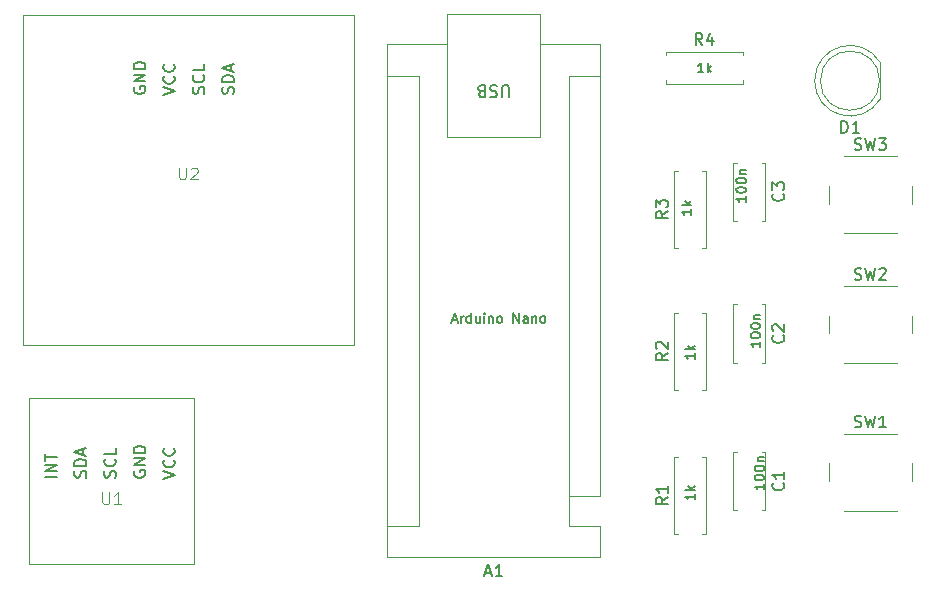
<source format=gto>
G04 #@! TF.GenerationSoftware,KiCad,Pcbnew,9.0.2*
G04 #@! TF.CreationDate,2025-05-14T19:25:05+05:30*
G04 #@! TF.ProjectId,SpO2_project,53704f32-5f70-4726-9f6a-6563742e6b69,rev?*
G04 #@! TF.SameCoordinates,Original*
G04 #@! TF.FileFunction,Legend,Top*
G04 #@! TF.FilePolarity,Positive*
%FSLAX46Y46*%
G04 Gerber Fmt 4.6, Leading zero omitted, Abs format (unit mm)*
G04 Created by KiCad (PCBNEW 9.0.2) date 2025-05-14 19:25:05*
%MOMM*%
%LPD*%
G01*
G04 APERTURE LIST*
%ADD10C,0.152400*%
%ADD11C,0.100000*%
%ADD12C,0.175000*%
%ADD13C,0.150000*%
%ADD14C,0.120000*%
G04 APERTURE END LIST*
D10*
X154262603Y-100730460D02*
X154262603Y-101194917D01*
X154262603Y-100962689D02*
X153449803Y-100962689D01*
X153449803Y-100962689D02*
X153565918Y-101040098D01*
X153565918Y-101040098D02*
X153643327Y-101117508D01*
X153643327Y-101117508D02*
X153682032Y-101194917D01*
X153449803Y-100227299D02*
X153449803Y-100149889D01*
X153449803Y-100149889D02*
X153488508Y-100072480D01*
X153488508Y-100072480D02*
X153527213Y-100033775D01*
X153527213Y-100033775D02*
X153604622Y-99995070D01*
X153604622Y-99995070D02*
X153759441Y-99956365D01*
X153759441Y-99956365D02*
X153952965Y-99956365D01*
X153952965Y-99956365D02*
X154107784Y-99995070D01*
X154107784Y-99995070D02*
X154185194Y-100033775D01*
X154185194Y-100033775D02*
X154223899Y-100072480D01*
X154223899Y-100072480D02*
X154262603Y-100149889D01*
X154262603Y-100149889D02*
X154262603Y-100227299D01*
X154262603Y-100227299D02*
X154223899Y-100304708D01*
X154223899Y-100304708D02*
X154185194Y-100343413D01*
X154185194Y-100343413D02*
X154107784Y-100382118D01*
X154107784Y-100382118D02*
X153952965Y-100420822D01*
X153952965Y-100420822D02*
X153759441Y-100420822D01*
X153759441Y-100420822D02*
X153604622Y-100382118D01*
X153604622Y-100382118D02*
X153527213Y-100343413D01*
X153527213Y-100343413D02*
X153488508Y-100304708D01*
X153488508Y-100304708D02*
X153449803Y-100227299D01*
X153449803Y-99453204D02*
X153449803Y-99375794D01*
X153449803Y-99375794D02*
X153488508Y-99298385D01*
X153488508Y-99298385D02*
X153527213Y-99259680D01*
X153527213Y-99259680D02*
X153604622Y-99220975D01*
X153604622Y-99220975D02*
X153759441Y-99182270D01*
X153759441Y-99182270D02*
X153952965Y-99182270D01*
X153952965Y-99182270D02*
X154107784Y-99220975D01*
X154107784Y-99220975D02*
X154185194Y-99259680D01*
X154185194Y-99259680D02*
X154223899Y-99298385D01*
X154223899Y-99298385D02*
X154262603Y-99375794D01*
X154262603Y-99375794D02*
X154262603Y-99453204D01*
X154262603Y-99453204D02*
X154223899Y-99530613D01*
X154223899Y-99530613D02*
X154185194Y-99569318D01*
X154185194Y-99569318D02*
X154107784Y-99608023D01*
X154107784Y-99608023D02*
X153952965Y-99646727D01*
X153952965Y-99646727D02*
X153759441Y-99646727D01*
X153759441Y-99646727D02*
X153604622Y-99608023D01*
X153604622Y-99608023D02*
X153527213Y-99569318D01*
X153527213Y-99569318D02*
X153488508Y-99530613D01*
X153488508Y-99530613D02*
X153449803Y-99453204D01*
X153720737Y-98833928D02*
X154262603Y-98833928D01*
X153798146Y-98833928D02*
X153759441Y-98795223D01*
X153759441Y-98795223D02*
X153720737Y-98717813D01*
X153720737Y-98717813D02*
X153720737Y-98601699D01*
X153720737Y-98601699D02*
X153759441Y-98524290D01*
X153759441Y-98524290D02*
X153836851Y-98485585D01*
X153836851Y-98485585D02*
X154262603Y-98485585D01*
X153932603Y-88690460D02*
X153932603Y-89154917D01*
X153932603Y-88922689D02*
X153119803Y-88922689D01*
X153119803Y-88922689D02*
X153235918Y-89000098D01*
X153235918Y-89000098D02*
X153313327Y-89077508D01*
X153313327Y-89077508D02*
X153352032Y-89154917D01*
X153119803Y-88187299D02*
X153119803Y-88109889D01*
X153119803Y-88109889D02*
X153158508Y-88032480D01*
X153158508Y-88032480D02*
X153197213Y-87993775D01*
X153197213Y-87993775D02*
X153274622Y-87955070D01*
X153274622Y-87955070D02*
X153429441Y-87916365D01*
X153429441Y-87916365D02*
X153622965Y-87916365D01*
X153622965Y-87916365D02*
X153777784Y-87955070D01*
X153777784Y-87955070D02*
X153855194Y-87993775D01*
X153855194Y-87993775D02*
X153893899Y-88032480D01*
X153893899Y-88032480D02*
X153932603Y-88109889D01*
X153932603Y-88109889D02*
X153932603Y-88187299D01*
X153932603Y-88187299D02*
X153893899Y-88264708D01*
X153893899Y-88264708D02*
X153855194Y-88303413D01*
X153855194Y-88303413D02*
X153777784Y-88342118D01*
X153777784Y-88342118D02*
X153622965Y-88380822D01*
X153622965Y-88380822D02*
X153429441Y-88380822D01*
X153429441Y-88380822D02*
X153274622Y-88342118D01*
X153274622Y-88342118D02*
X153197213Y-88303413D01*
X153197213Y-88303413D02*
X153158508Y-88264708D01*
X153158508Y-88264708D02*
X153119803Y-88187299D01*
X153119803Y-87413204D02*
X153119803Y-87335794D01*
X153119803Y-87335794D02*
X153158508Y-87258385D01*
X153158508Y-87258385D02*
X153197213Y-87219680D01*
X153197213Y-87219680D02*
X153274622Y-87180975D01*
X153274622Y-87180975D02*
X153429441Y-87142270D01*
X153429441Y-87142270D02*
X153622965Y-87142270D01*
X153622965Y-87142270D02*
X153777784Y-87180975D01*
X153777784Y-87180975D02*
X153855194Y-87219680D01*
X153855194Y-87219680D02*
X153893899Y-87258385D01*
X153893899Y-87258385D02*
X153932603Y-87335794D01*
X153932603Y-87335794D02*
X153932603Y-87413204D01*
X153932603Y-87413204D02*
X153893899Y-87490613D01*
X153893899Y-87490613D02*
X153855194Y-87529318D01*
X153855194Y-87529318D02*
X153777784Y-87568023D01*
X153777784Y-87568023D02*
X153622965Y-87606727D01*
X153622965Y-87606727D02*
X153429441Y-87606727D01*
X153429441Y-87606727D02*
X153274622Y-87568023D01*
X153274622Y-87568023D02*
X153197213Y-87529318D01*
X153197213Y-87529318D02*
X153158508Y-87490613D01*
X153158508Y-87490613D02*
X153119803Y-87413204D01*
X153390737Y-86793928D02*
X153932603Y-86793928D01*
X153468146Y-86793928D02*
X153429441Y-86755223D01*
X153429441Y-86755223D02*
X153390737Y-86677813D01*
X153390737Y-86677813D02*
X153390737Y-86561699D01*
X153390737Y-86561699D02*
X153429441Y-86484290D01*
X153429441Y-86484290D02*
X153506851Y-86445585D01*
X153506851Y-86445585D02*
X153932603Y-86445585D01*
X152732603Y-76380460D02*
X152732603Y-76844917D01*
X152732603Y-76612689D02*
X151919803Y-76612689D01*
X151919803Y-76612689D02*
X152035918Y-76690098D01*
X152035918Y-76690098D02*
X152113327Y-76767508D01*
X152113327Y-76767508D02*
X152152032Y-76844917D01*
X151919803Y-75877299D02*
X151919803Y-75799889D01*
X151919803Y-75799889D02*
X151958508Y-75722480D01*
X151958508Y-75722480D02*
X151997213Y-75683775D01*
X151997213Y-75683775D02*
X152074622Y-75645070D01*
X152074622Y-75645070D02*
X152229441Y-75606365D01*
X152229441Y-75606365D02*
X152422965Y-75606365D01*
X152422965Y-75606365D02*
X152577784Y-75645070D01*
X152577784Y-75645070D02*
X152655194Y-75683775D01*
X152655194Y-75683775D02*
X152693899Y-75722480D01*
X152693899Y-75722480D02*
X152732603Y-75799889D01*
X152732603Y-75799889D02*
X152732603Y-75877299D01*
X152732603Y-75877299D02*
X152693899Y-75954708D01*
X152693899Y-75954708D02*
X152655194Y-75993413D01*
X152655194Y-75993413D02*
X152577784Y-76032118D01*
X152577784Y-76032118D02*
X152422965Y-76070822D01*
X152422965Y-76070822D02*
X152229441Y-76070822D01*
X152229441Y-76070822D02*
X152074622Y-76032118D01*
X152074622Y-76032118D02*
X151997213Y-75993413D01*
X151997213Y-75993413D02*
X151958508Y-75954708D01*
X151958508Y-75954708D02*
X151919803Y-75877299D01*
X151919803Y-75103204D02*
X151919803Y-75025794D01*
X151919803Y-75025794D02*
X151958508Y-74948385D01*
X151958508Y-74948385D02*
X151997213Y-74909680D01*
X151997213Y-74909680D02*
X152074622Y-74870975D01*
X152074622Y-74870975D02*
X152229441Y-74832270D01*
X152229441Y-74832270D02*
X152422965Y-74832270D01*
X152422965Y-74832270D02*
X152577784Y-74870975D01*
X152577784Y-74870975D02*
X152655194Y-74909680D01*
X152655194Y-74909680D02*
X152693899Y-74948385D01*
X152693899Y-74948385D02*
X152732603Y-75025794D01*
X152732603Y-75025794D02*
X152732603Y-75103204D01*
X152732603Y-75103204D02*
X152693899Y-75180613D01*
X152693899Y-75180613D02*
X152655194Y-75219318D01*
X152655194Y-75219318D02*
X152577784Y-75258023D01*
X152577784Y-75258023D02*
X152422965Y-75296727D01*
X152422965Y-75296727D02*
X152229441Y-75296727D01*
X152229441Y-75296727D02*
X152074622Y-75258023D01*
X152074622Y-75258023D02*
X151997213Y-75219318D01*
X151997213Y-75219318D02*
X151958508Y-75180613D01*
X151958508Y-75180613D02*
X151919803Y-75103204D01*
X152190737Y-74483928D02*
X152732603Y-74483928D01*
X152268146Y-74483928D02*
X152229441Y-74445223D01*
X152229441Y-74445223D02*
X152190737Y-74367813D01*
X152190737Y-74367813D02*
X152190737Y-74251699D01*
X152190737Y-74251699D02*
X152229441Y-74174290D01*
X152229441Y-74174290D02*
X152306851Y-74135585D01*
X152306851Y-74135585D02*
X152732603Y-74135585D01*
X148392603Y-101580460D02*
X148392603Y-102044917D01*
X148392603Y-101812689D02*
X147579803Y-101812689D01*
X147579803Y-101812689D02*
X147695918Y-101890098D01*
X147695918Y-101890098D02*
X147773327Y-101967508D01*
X147773327Y-101967508D02*
X147812032Y-102044917D01*
X148392603Y-101232118D02*
X147579803Y-101232118D01*
X148082965Y-101154708D02*
X148392603Y-100922480D01*
X147850737Y-100922480D02*
X148160375Y-101232118D01*
X148392603Y-89680460D02*
X148392603Y-90144917D01*
X148392603Y-89912689D02*
X147579803Y-89912689D01*
X147579803Y-89912689D02*
X147695918Y-89990098D01*
X147695918Y-89990098D02*
X147773327Y-90067508D01*
X147773327Y-90067508D02*
X147812032Y-90144917D01*
X148392603Y-89332118D02*
X147579803Y-89332118D01*
X148082965Y-89254708D02*
X148392603Y-89022480D01*
X147850737Y-89022480D02*
X148160375Y-89332118D01*
X148092603Y-77480460D02*
X148092603Y-77944917D01*
X148092603Y-77712689D02*
X147279803Y-77712689D01*
X147279803Y-77712689D02*
X147395918Y-77790098D01*
X147395918Y-77790098D02*
X147473327Y-77867508D01*
X147473327Y-77867508D02*
X147512032Y-77944917D01*
X148092603Y-77132118D02*
X147279803Y-77132118D01*
X147782965Y-77054708D02*
X148092603Y-76822480D01*
X147550737Y-76822480D02*
X147860375Y-77132118D01*
X149119539Y-65892603D02*
X148655082Y-65892603D01*
X148887310Y-65892603D02*
X148887310Y-65079803D01*
X148887310Y-65079803D02*
X148809901Y-65195918D01*
X148809901Y-65195918D02*
X148732491Y-65273327D01*
X148732491Y-65273327D02*
X148655082Y-65312032D01*
X149467881Y-65892603D02*
X149467881Y-65079803D01*
X149545291Y-65582965D02*
X149777519Y-65892603D01*
X149777519Y-65350737D02*
X149467881Y-65660375D01*
X127855082Y-86860375D02*
X128242129Y-86860375D01*
X127777672Y-87092603D02*
X128048605Y-86279803D01*
X128048605Y-86279803D02*
X128319539Y-87092603D01*
X128590472Y-87092603D02*
X128590472Y-86550737D01*
X128590472Y-86705556D02*
X128629177Y-86628146D01*
X128629177Y-86628146D02*
X128667882Y-86589441D01*
X128667882Y-86589441D02*
X128745291Y-86550737D01*
X128745291Y-86550737D02*
X128822701Y-86550737D01*
X129441977Y-87092603D02*
X129441977Y-86279803D01*
X129441977Y-87053899D02*
X129364568Y-87092603D01*
X129364568Y-87092603D02*
X129209749Y-87092603D01*
X129209749Y-87092603D02*
X129132339Y-87053899D01*
X129132339Y-87053899D02*
X129093634Y-87015194D01*
X129093634Y-87015194D02*
X129054930Y-86937784D01*
X129054930Y-86937784D02*
X129054930Y-86705556D01*
X129054930Y-86705556D02*
X129093634Y-86628146D01*
X129093634Y-86628146D02*
X129132339Y-86589441D01*
X129132339Y-86589441D02*
X129209749Y-86550737D01*
X129209749Y-86550737D02*
X129364568Y-86550737D01*
X129364568Y-86550737D02*
X129441977Y-86589441D01*
X130177367Y-86550737D02*
X130177367Y-87092603D01*
X129829024Y-86550737D02*
X129829024Y-86976489D01*
X129829024Y-86976489D02*
X129867729Y-87053899D01*
X129867729Y-87053899D02*
X129945139Y-87092603D01*
X129945139Y-87092603D02*
X130061253Y-87092603D01*
X130061253Y-87092603D02*
X130138662Y-87053899D01*
X130138662Y-87053899D02*
X130177367Y-87015194D01*
X130564414Y-87092603D02*
X130564414Y-86550737D01*
X130564414Y-86279803D02*
X130525710Y-86318508D01*
X130525710Y-86318508D02*
X130564414Y-86357213D01*
X130564414Y-86357213D02*
X130603119Y-86318508D01*
X130603119Y-86318508D02*
X130564414Y-86279803D01*
X130564414Y-86279803D02*
X130564414Y-86357213D01*
X130951462Y-86550737D02*
X130951462Y-87092603D01*
X130951462Y-86628146D02*
X130990167Y-86589441D01*
X130990167Y-86589441D02*
X131067577Y-86550737D01*
X131067577Y-86550737D02*
X131183691Y-86550737D01*
X131183691Y-86550737D02*
X131261100Y-86589441D01*
X131261100Y-86589441D02*
X131299805Y-86666851D01*
X131299805Y-86666851D02*
X131299805Y-87092603D01*
X131802967Y-87092603D02*
X131725557Y-87053899D01*
X131725557Y-87053899D02*
X131686852Y-87015194D01*
X131686852Y-87015194D02*
X131648148Y-86937784D01*
X131648148Y-86937784D02*
X131648148Y-86705556D01*
X131648148Y-86705556D02*
X131686852Y-86628146D01*
X131686852Y-86628146D02*
X131725557Y-86589441D01*
X131725557Y-86589441D02*
X131802967Y-86550737D01*
X131802967Y-86550737D02*
X131919081Y-86550737D01*
X131919081Y-86550737D02*
X131996490Y-86589441D01*
X131996490Y-86589441D02*
X132035195Y-86628146D01*
X132035195Y-86628146D02*
X132073900Y-86705556D01*
X132073900Y-86705556D02*
X132073900Y-86937784D01*
X132073900Y-86937784D02*
X132035195Y-87015194D01*
X132035195Y-87015194D02*
X131996490Y-87053899D01*
X131996490Y-87053899D02*
X131919081Y-87092603D01*
X131919081Y-87092603D02*
X131802967Y-87092603D01*
X133041518Y-87092603D02*
X133041518Y-86279803D01*
X133041518Y-86279803D02*
X133505975Y-87092603D01*
X133505975Y-87092603D02*
X133505975Y-86279803D01*
X134241366Y-87092603D02*
X134241366Y-86666851D01*
X134241366Y-86666851D02*
X134202661Y-86589441D01*
X134202661Y-86589441D02*
X134125252Y-86550737D01*
X134125252Y-86550737D02*
X133970433Y-86550737D01*
X133970433Y-86550737D02*
X133893023Y-86589441D01*
X134241366Y-87053899D02*
X134163957Y-87092603D01*
X134163957Y-87092603D02*
X133970433Y-87092603D01*
X133970433Y-87092603D02*
X133893023Y-87053899D01*
X133893023Y-87053899D02*
X133854319Y-86976489D01*
X133854319Y-86976489D02*
X133854319Y-86899079D01*
X133854319Y-86899079D02*
X133893023Y-86821670D01*
X133893023Y-86821670D02*
X133970433Y-86782965D01*
X133970433Y-86782965D02*
X134163957Y-86782965D01*
X134163957Y-86782965D02*
X134241366Y-86744260D01*
X134628413Y-86550737D02*
X134628413Y-87092603D01*
X134628413Y-86628146D02*
X134667118Y-86589441D01*
X134667118Y-86589441D02*
X134744528Y-86550737D01*
X134744528Y-86550737D02*
X134860642Y-86550737D01*
X134860642Y-86550737D02*
X134938051Y-86589441D01*
X134938051Y-86589441D02*
X134976756Y-86666851D01*
X134976756Y-86666851D02*
X134976756Y-87092603D01*
X135479918Y-87092603D02*
X135402508Y-87053899D01*
X135402508Y-87053899D02*
X135363803Y-87015194D01*
X135363803Y-87015194D02*
X135325099Y-86937784D01*
X135325099Y-86937784D02*
X135325099Y-86705556D01*
X135325099Y-86705556D02*
X135363803Y-86628146D01*
X135363803Y-86628146D02*
X135402508Y-86589441D01*
X135402508Y-86589441D02*
X135479918Y-86550737D01*
X135479918Y-86550737D02*
X135596032Y-86550737D01*
X135596032Y-86550737D02*
X135673441Y-86589441D01*
X135673441Y-86589441D02*
X135712146Y-86628146D01*
X135712146Y-86628146D02*
X135750851Y-86705556D01*
X135750851Y-86705556D02*
X135750851Y-86937784D01*
X135750851Y-86937784D02*
X135712146Y-87015194D01*
X135712146Y-87015194D02*
X135673441Y-87053899D01*
X135673441Y-87053899D02*
X135596032Y-87092603D01*
X135596032Y-87092603D02*
X135479918Y-87092603D01*
D11*
X98238095Y-101457419D02*
X98238095Y-102266942D01*
X98238095Y-102266942D02*
X98285714Y-102362180D01*
X98285714Y-102362180D02*
X98333333Y-102409800D01*
X98333333Y-102409800D02*
X98428571Y-102457419D01*
X98428571Y-102457419D02*
X98619047Y-102457419D01*
X98619047Y-102457419D02*
X98714285Y-102409800D01*
X98714285Y-102409800D02*
X98761904Y-102362180D01*
X98761904Y-102362180D02*
X98809523Y-102266942D01*
X98809523Y-102266942D02*
X98809523Y-101457419D01*
X99809523Y-102457419D02*
X99238095Y-102457419D01*
X99523809Y-102457419D02*
X99523809Y-101457419D01*
X99523809Y-101457419D02*
X99428571Y-101600276D01*
X99428571Y-101600276D02*
X99333333Y-101695514D01*
X99333333Y-101695514D02*
X99238095Y-101743133D01*
D12*
X103368519Y-100289630D02*
X104368519Y-99956297D01*
X104368519Y-99956297D02*
X103368519Y-99622964D01*
X104273280Y-98718202D02*
X104320900Y-98765821D01*
X104320900Y-98765821D02*
X104368519Y-98908678D01*
X104368519Y-98908678D02*
X104368519Y-99003916D01*
X104368519Y-99003916D02*
X104320900Y-99146773D01*
X104320900Y-99146773D02*
X104225661Y-99242011D01*
X104225661Y-99242011D02*
X104130423Y-99289630D01*
X104130423Y-99289630D02*
X103939947Y-99337249D01*
X103939947Y-99337249D02*
X103797090Y-99337249D01*
X103797090Y-99337249D02*
X103606614Y-99289630D01*
X103606614Y-99289630D02*
X103511376Y-99242011D01*
X103511376Y-99242011D02*
X103416138Y-99146773D01*
X103416138Y-99146773D02*
X103368519Y-99003916D01*
X103368519Y-99003916D02*
X103368519Y-98908678D01*
X103368519Y-98908678D02*
X103416138Y-98765821D01*
X103416138Y-98765821D02*
X103463757Y-98718202D01*
X104273280Y-97718202D02*
X104320900Y-97765821D01*
X104320900Y-97765821D02*
X104368519Y-97908678D01*
X104368519Y-97908678D02*
X104368519Y-98003916D01*
X104368519Y-98003916D02*
X104320900Y-98146773D01*
X104320900Y-98146773D02*
X104225661Y-98242011D01*
X104225661Y-98242011D02*
X104130423Y-98289630D01*
X104130423Y-98289630D02*
X103939947Y-98337249D01*
X103939947Y-98337249D02*
X103797090Y-98337249D01*
X103797090Y-98337249D02*
X103606614Y-98289630D01*
X103606614Y-98289630D02*
X103511376Y-98242011D01*
X103511376Y-98242011D02*
X103416138Y-98146773D01*
X103416138Y-98146773D02*
X103368519Y-98003916D01*
X103368519Y-98003916D02*
X103368519Y-97908678D01*
X103368519Y-97908678D02*
X103416138Y-97765821D01*
X103416138Y-97765821D02*
X103463757Y-97718202D01*
X100916138Y-99622964D02*
X100868519Y-99718202D01*
X100868519Y-99718202D02*
X100868519Y-99861059D01*
X100868519Y-99861059D02*
X100916138Y-100003916D01*
X100916138Y-100003916D02*
X101011376Y-100099154D01*
X101011376Y-100099154D02*
X101106614Y-100146773D01*
X101106614Y-100146773D02*
X101297090Y-100194392D01*
X101297090Y-100194392D02*
X101439947Y-100194392D01*
X101439947Y-100194392D02*
X101630423Y-100146773D01*
X101630423Y-100146773D02*
X101725661Y-100099154D01*
X101725661Y-100099154D02*
X101820900Y-100003916D01*
X101820900Y-100003916D02*
X101868519Y-99861059D01*
X101868519Y-99861059D02*
X101868519Y-99765821D01*
X101868519Y-99765821D02*
X101820900Y-99622964D01*
X101820900Y-99622964D02*
X101773280Y-99575345D01*
X101773280Y-99575345D02*
X101439947Y-99575345D01*
X101439947Y-99575345D02*
X101439947Y-99765821D01*
X101868519Y-99146773D02*
X100868519Y-99146773D01*
X100868519Y-99146773D02*
X101868519Y-98575345D01*
X101868519Y-98575345D02*
X100868519Y-98575345D01*
X101868519Y-98099154D02*
X100868519Y-98099154D01*
X100868519Y-98099154D02*
X100868519Y-97861059D01*
X100868519Y-97861059D02*
X100916138Y-97718202D01*
X100916138Y-97718202D02*
X101011376Y-97622964D01*
X101011376Y-97622964D02*
X101106614Y-97575345D01*
X101106614Y-97575345D02*
X101297090Y-97527726D01*
X101297090Y-97527726D02*
X101439947Y-97527726D01*
X101439947Y-97527726D02*
X101630423Y-97575345D01*
X101630423Y-97575345D02*
X101725661Y-97622964D01*
X101725661Y-97622964D02*
X101820900Y-97718202D01*
X101820900Y-97718202D02*
X101868519Y-97861059D01*
X101868519Y-97861059D02*
X101868519Y-98099154D01*
X94368519Y-100146773D02*
X93368519Y-100146773D01*
X94368519Y-99670583D02*
X93368519Y-99670583D01*
X93368519Y-99670583D02*
X94368519Y-99099155D01*
X94368519Y-99099155D02*
X93368519Y-99099155D01*
X93368519Y-98765821D02*
X93368519Y-98194393D01*
X94368519Y-98480107D02*
X93368519Y-98480107D01*
X99320900Y-100194392D02*
X99368519Y-100051535D01*
X99368519Y-100051535D02*
X99368519Y-99813440D01*
X99368519Y-99813440D02*
X99320900Y-99718202D01*
X99320900Y-99718202D02*
X99273280Y-99670583D01*
X99273280Y-99670583D02*
X99178042Y-99622964D01*
X99178042Y-99622964D02*
X99082804Y-99622964D01*
X99082804Y-99622964D02*
X98987566Y-99670583D01*
X98987566Y-99670583D02*
X98939947Y-99718202D01*
X98939947Y-99718202D02*
X98892328Y-99813440D01*
X98892328Y-99813440D02*
X98844709Y-100003916D01*
X98844709Y-100003916D02*
X98797090Y-100099154D01*
X98797090Y-100099154D02*
X98749471Y-100146773D01*
X98749471Y-100146773D02*
X98654233Y-100194392D01*
X98654233Y-100194392D02*
X98558995Y-100194392D01*
X98558995Y-100194392D02*
X98463757Y-100146773D01*
X98463757Y-100146773D02*
X98416138Y-100099154D01*
X98416138Y-100099154D02*
X98368519Y-100003916D01*
X98368519Y-100003916D02*
X98368519Y-99765821D01*
X98368519Y-99765821D02*
X98416138Y-99622964D01*
X99273280Y-98622964D02*
X99320900Y-98670583D01*
X99320900Y-98670583D02*
X99368519Y-98813440D01*
X99368519Y-98813440D02*
X99368519Y-98908678D01*
X99368519Y-98908678D02*
X99320900Y-99051535D01*
X99320900Y-99051535D02*
X99225661Y-99146773D01*
X99225661Y-99146773D02*
X99130423Y-99194392D01*
X99130423Y-99194392D02*
X98939947Y-99242011D01*
X98939947Y-99242011D02*
X98797090Y-99242011D01*
X98797090Y-99242011D02*
X98606614Y-99194392D01*
X98606614Y-99194392D02*
X98511376Y-99146773D01*
X98511376Y-99146773D02*
X98416138Y-99051535D01*
X98416138Y-99051535D02*
X98368519Y-98908678D01*
X98368519Y-98908678D02*
X98368519Y-98813440D01*
X98368519Y-98813440D02*
X98416138Y-98670583D01*
X98416138Y-98670583D02*
X98463757Y-98622964D01*
X99368519Y-97718202D02*
X99368519Y-98194392D01*
X99368519Y-98194392D02*
X98368519Y-98194392D01*
X96820900Y-100194392D02*
X96868519Y-100051535D01*
X96868519Y-100051535D02*
X96868519Y-99813440D01*
X96868519Y-99813440D02*
X96820900Y-99718202D01*
X96820900Y-99718202D02*
X96773280Y-99670583D01*
X96773280Y-99670583D02*
X96678042Y-99622964D01*
X96678042Y-99622964D02*
X96582804Y-99622964D01*
X96582804Y-99622964D02*
X96487566Y-99670583D01*
X96487566Y-99670583D02*
X96439947Y-99718202D01*
X96439947Y-99718202D02*
X96392328Y-99813440D01*
X96392328Y-99813440D02*
X96344709Y-100003916D01*
X96344709Y-100003916D02*
X96297090Y-100099154D01*
X96297090Y-100099154D02*
X96249471Y-100146773D01*
X96249471Y-100146773D02*
X96154233Y-100194392D01*
X96154233Y-100194392D02*
X96058995Y-100194392D01*
X96058995Y-100194392D02*
X95963757Y-100146773D01*
X95963757Y-100146773D02*
X95916138Y-100099154D01*
X95916138Y-100099154D02*
X95868519Y-100003916D01*
X95868519Y-100003916D02*
X95868519Y-99765821D01*
X95868519Y-99765821D02*
X95916138Y-99622964D01*
X96868519Y-99194392D02*
X95868519Y-99194392D01*
X95868519Y-99194392D02*
X95868519Y-98956297D01*
X95868519Y-98956297D02*
X95916138Y-98813440D01*
X95916138Y-98813440D02*
X96011376Y-98718202D01*
X96011376Y-98718202D02*
X96106614Y-98670583D01*
X96106614Y-98670583D02*
X96297090Y-98622964D01*
X96297090Y-98622964D02*
X96439947Y-98622964D01*
X96439947Y-98622964D02*
X96630423Y-98670583D01*
X96630423Y-98670583D02*
X96725661Y-98718202D01*
X96725661Y-98718202D02*
X96820900Y-98813440D01*
X96820900Y-98813440D02*
X96868519Y-98956297D01*
X96868519Y-98956297D02*
X96868519Y-99194392D01*
X96582804Y-98242011D02*
X96582804Y-97765821D01*
X96868519Y-98337249D02*
X95868519Y-98003916D01*
X95868519Y-98003916D02*
X96868519Y-97670583D01*
D11*
X104738095Y-73957419D02*
X104738095Y-74766942D01*
X104738095Y-74766942D02*
X104785714Y-74862180D01*
X104785714Y-74862180D02*
X104833333Y-74909800D01*
X104833333Y-74909800D02*
X104928571Y-74957419D01*
X104928571Y-74957419D02*
X105119047Y-74957419D01*
X105119047Y-74957419D02*
X105214285Y-74909800D01*
X105214285Y-74909800D02*
X105261904Y-74862180D01*
X105261904Y-74862180D02*
X105309523Y-74766942D01*
X105309523Y-74766942D02*
X105309523Y-73957419D01*
X105738095Y-74052657D02*
X105785714Y-74005038D01*
X105785714Y-74005038D02*
X105880952Y-73957419D01*
X105880952Y-73957419D02*
X106119047Y-73957419D01*
X106119047Y-73957419D02*
X106214285Y-74005038D01*
X106214285Y-74005038D02*
X106261904Y-74052657D01*
X106261904Y-74052657D02*
X106309523Y-74147895D01*
X106309523Y-74147895D02*
X106309523Y-74243133D01*
X106309523Y-74243133D02*
X106261904Y-74385990D01*
X106261904Y-74385990D02*
X105690476Y-74957419D01*
X105690476Y-74957419D02*
X106309523Y-74957419D01*
D12*
X106820900Y-67694392D02*
X106868519Y-67551535D01*
X106868519Y-67551535D02*
X106868519Y-67313440D01*
X106868519Y-67313440D02*
X106820900Y-67218202D01*
X106820900Y-67218202D02*
X106773280Y-67170583D01*
X106773280Y-67170583D02*
X106678042Y-67122964D01*
X106678042Y-67122964D02*
X106582804Y-67122964D01*
X106582804Y-67122964D02*
X106487566Y-67170583D01*
X106487566Y-67170583D02*
X106439947Y-67218202D01*
X106439947Y-67218202D02*
X106392328Y-67313440D01*
X106392328Y-67313440D02*
X106344709Y-67503916D01*
X106344709Y-67503916D02*
X106297090Y-67599154D01*
X106297090Y-67599154D02*
X106249471Y-67646773D01*
X106249471Y-67646773D02*
X106154233Y-67694392D01*
X106154233Y-67694392D02*
X106058995Y-67694392D01*
X106058995Y-67694392D02*
X105963757Y-67646773D01*
X105963757Y-67646773D02*
X105916138Y-67599154D01*
X105916138Y-67599154D02*
X105868519Y-67503916D01*
X105868519Y-67503916D02*
X105868519Y-67265821D01*
X105868519Y-67265821D02*
X105916138Y-67122964D01*
X106773280Y-66122964D02*
X106820900Y-66170583D01*
X106820900Y-66170583D02*
X106868519Y-66313440D01*
X106868519Y-66313440D02*
X106868519Y-66408678D01*
X106868519Y-66408678D02*
X106820900Y-66551535D01*
X106820900Y-66551535D02*
X106725661Y-66646773D01*
X106725661Y-66646773D02*
X106630423Y-66694392D01*
X106630423Y-66694392D02*
X106439947Y-66742011D01*
X106439947Y-66742011D02*
X106297090Y-66742011D01*
X106297090Y-66742011D02*
X106106614Y-66694392D01*
X106106614Y-66694392D02*
X106011376Y-66646773D01*
X106011376Y-66646773D02*
X105916138Y-66551535D01*
X105916138Y-66551535D02*
X105868519Y-66408678D01*
X105868519Y-66408678D02*
X105868519Y-66313440D01*
X105868519Y-66313440D02*
X105916138Y-66170583D01*
X105916138Y-66170583D02*
X105963757Y-66122964D01*
X106868519Y-65218202D02*
X106868519Y-65694392D01*
X106868519Y-65694392D02*
X105868519Y-65694392D01*
X100916138Y-67122964D02*
X100868519Y-67218202D01*
X100868519Y-67218202D02*
X100868519Y-67361059D01*
X100868519Y-67361059D02*
X100916138Y-67503916D01*
X100916138Y-67503916D02*
X101011376Y-67599154D01*
X101011376Y-67599154D02*
X101106614Y-67646773D01*
X101106614Y-67646773D02*
X101297090Y-67694392D01*
X101297090Y-67694392D02*
X101439947Y-67694392D01*
X101439947Y-67694392D02*
X101630423Y-67646773D01*
X101630423Y-67646773D02*
X101725661Y-67599154D01*
X101725661Y-67599154D02*
X101820900Y-67503916D01*
X101820900Y-67503916D02*
X101868519Y-67361059D01*
X101868519Y-67361059D02*
X101868519Y-67265821D01*
X101868519Y-67265821D02*
X101820900Y-67122964D01*
X101820900Y-67122964D02*
X101773280Y-67075345D01*
X101773280Y-67075345D02*
X101439947Y-67075345D01*
X101439947Y-67075345D02*
X101439947Y-67265821D01*
X101868519Y-66646773D02*
X100868519Y-66646773D01*
X100868519Y-66646773D02*
X101868519Y-66075345D01*
X101868519Y-66075345D02*
X100868519Y-66075345D01*
X101868519Y-65599154D02*
X100868519Y-65599154D01*
X100868519Y-65599154D02*
X100868519Y-65361059D01*
X100868519Y-65361059D02*
X100916138Y-65218202D01*
X100916138Y-65218202D02*
X101011376Y-65122964D01*
X101011376Y-65122964D02*
X101106614Y-65075345D01*
X101106614Y-65075345D02*
X101297090Y-65027726D01*
X101297090Y-65027726D02*
X101439947Y-65027726D01*
X101439947Y-65027726D02*
X101630423Y-65075345D01*
X101630423Y-65075345D02*
X101725661Y-65122964D01*
X101725661Y-65122964D02*
X101820900Y-65218202D01*
X101820900Y-65218202D02*
X101868519Y-65361059D01*
X101868519Y-65361059D02*
X101868519Y-65599154D01*
X103368519Y-67789630D02*
X104368519Y-67456297D01*
X104368519Y-67456297D02*
X103368519Y-67122964D01*
X104273280Y-66218202D02*
X104320900Y-66265821D01*
X104320900Y-66265821D02*
X104368519Y-66408678D01*
X104368519Y-66408678D02*
X104368519Y-66503916D01*
X104368519Y-66503916D02*
X104320900Y-66646773D01*
X104320900Y-66646773D02*
X104225661Y-66742011D01*
X104225661Y-66742011D02*
X104130423Y-66789630D01*
X104130423Y-66789630D02*
X103939947Y-66837249D01*
X103939947Y-66837249D02*
X103797090Y-66837249D01*
X103797090Y-66837249D02*
X103606614Y-66789630D01*
X103606614Y-66789630D02*
X103511376Y-66742011D01*
X103511376Y-66742011D02*
X103416138Y-66646773D01*
X103416138Y-66646773D02*
X103368519Y-66503916D01*
X103368519Y-66503916D02*
X103368519Y-66408678D01*
X103368519Y-66408678D02*
X103416138Y-66265821D01*
X103416138Y-66265821D02*
X103463757Y-66218202D01*
X104273280Y-65218202D02*
X104320900Y-65265821D01*
X104320900Y-65265821D02*
X104368519Y-65408678D01*
X104368519Y-65408678D02*
X104368519Y-65503916D01*
X104368519Y-65503916D02*
X104320900Y-65646773D01*
X104320900Y-65646773D02*
X104225661Y-65742011D01*
X104225661Y-65742011D02*
X104130423Y-65789630D01*
X104130423Y-65789630D02*
X103939947Y-65837249D01*
X103939947Y-65837249D02*
X103797090Y-65837249D01*
X103797090Y-65837249D02*
X103606614Y-65789630D01*
X103606614Y-65789630D02*
X103511376Y-65742011D01*
X103511376Y-65742011D02*
X103416138Y-65646773D01*
X103416138Y-65646773D02*
X103368519Y-65503916D01*
X103368519Y-65503916D02*
X103368519Y-65408678D01*
X103368519Y-65408678D02*
X103416138Y-65265821D01*
X103416138Y-65265821D02*
X103463757Y-65218202D01*
X109320900Y-67694392D02*
X109368519Y-67551535D01*
X109368519Y-67551535D02*
X109368519Y-67313440D01*
X109368519Y-67313440D02*
X109320900Y-67218202D01*
X109320900Y-67218202D02*
X109273280Y-67170583D01*
X109273280Y-67170583D02*
X109178042Y-67122964D01*
X109178042Y-67122964D02*
X109082804Y-67122964D01*
X109082804Y-67122964D02*
X108987566Y-67170583D01*
X108987566Y-67170583D02*
X108939947Y-67218202D01*
X108939947Y-67218202D02*
X108892328Y-67313440D01*
X108892328Y-67313440D02*
X108844709Y-67503916D01*
X108844709Y-67503916D02*
X108797090Y-67599154D01*
X108797090Y-67599154D02*
X108749471Y-67646773D01*
X108749471Y-67646773D02*
X108654233Y-67694392D01*
X108654233Y-67694392D02*
X108558995Y-67694392D01*
X108558995Y-67694392D02*
X108463757Y-67646773D01*
X108463757Y-67646773D02*
X108416138Y-67599154D01*
X108416138Y-67599154D02*
X108368519Y-67503916D01*
X108368519Y-67503916D02*
X108368519Y-67265821D01*
X108368519Y-67265821D02*
X108416138Y-67122964D01*
X109368519Y-66694392D02*
X108368519Y-66694392D01*
X108368519Y-66694392D02*
X108368519Y-66456297D01*
X108368519Y-66456297D02*
X108416138Y-66313440D01*
X108416138Y-66313440D02*
X108511376Y-66218202D01*
X108511376Y-66218202D02*
X108606614Y-66170583D01*
X108606614Y-66170583D02*
X108797090Y-66122964D01*
X108797090Y-66122964D02*
X108939947Y-66122964D01*
X108939947Y-66122964D02*
X109130423Y-66170583D01*
X109130423Y-66170583D02*
X109225661Y-66218202D01*
X109225661Y-66218202D02*
X109320900Y-66313440D01*
X109320900Y-66313440D02*
X109368519Y-66456297D01*
X109368519Y-66456297D02*
X109368519Y-66694392D01*
X109082804Y-65742011D02*
X109082804Y-65265821D01*
X109368519Y-65837249D02*
X108368519Y-65503916D01*
X108368519Y-65503916D02*
X109368519Y-65170583D01*
D13*
X155859580Y-76166666D02*
X155907200Y-76214285D01*
X155907200Y-76214285D02*
X155954819Y-76357142D01*
X155954819Y-76357142D02*
X155954819Y-76452380D01*
X155954819Y-76452380D02*
X155907200Y-76595237D01*
X155907200Y-76595237D02*
X155811961Y-76690475D01*
X155811961Y-76690475D02*
X155716723Y-76738094D01*
X155716723Y-76738094D02*
X155526247Y-76785713D01*
X155526247Y-76785713D02*
X155383390Y-76785713D01*
X155383390Y-76785713D02*
X155192914Y-76738094D01*
X155192914Y-76738094D02*
X155097676Y-76690475D01*
X155097676Y-76690475D02*
X155002438Y-76595237D01*
X155002438Y-76595237D02*
X154954819Y-76452380D01*
X154954819Y-76452380D02*
X154954819Y-76357142D01*
X154954819Y-76357142D02*
X155002438Y-76214285D01*
X155002438Y-76214285D02*
X155050057Y-76166666D01*
X154954819Y-75833332D02*
X154954819Y-75214285D01*
X154954819Y-75214285D02*
X155335771Y-75547618D01*
X155335771Y-75547618D02*
X155335771Y-75404761D01*
X155335771Y-75404761D02*
X155383390Y-75309523D01*
X155383390Y-75309523D02*
X155431009Y-75261904D01*
X155431009Y-75261904D02*
X155526247Y-75214285D01*
X155526247Y-75214285D02*
X155764342Y-75214285D01*
X155764342Y-75214285D02*
X155859580Y-75261904D01*
X155859580Y-75261904D02*
X155907200Y-75309523D01*
X155907200Y-75309523D02*
X155954819Y-75404761D01*
X155954819Y-75404761D02*
X155954819Y-75690475D01*
X155954819Y-75690475D02*
X155907200Y-75785713D01*
X155907200Y-75785713D02*
X155859580Y-75833332D01*
X161916667Y-72407200D02*
X162059524Y-72454819D01*
X162059524Y-72454819D02*
X162297619Y-72454819D01*
X162297619Y-72454819D02*
X162392857Y-72407200D01*
X162392857Y-72407200D02*
X162440476Y-72359580D01*
X162440476Y-72359580D02*
X162488095Y-72264342D01*
X162488095Y-72264342D02*
X162488095Y-72169104D01*
X162488095Y-72169104D02*
X162440476Y-72073866D01*
X162440476Y-72073866D02*
X162392857Y-72026247D01*
X162392857Y-72026247D02*
X162297619Y-71978628D01*
X162297619Y-71978628D02*
X162107143Y-71931009D01*
X162107143Y-71931009D02*
X162011905Y-71883390D01*
X162011905Y-71883390D02*
X161964286Y-71835771D01*
X161964286Y-71835771D02*
X161916667Y-71740533D01*
X161916667Y-71740533D02*
X161916667Y-71645295D01*
X161916667Y-71645295D02*
X161964286Y-71550057D01*
X161964286Y-71550057D02*
X162011905Y-71502438D01*
X162011905Y-71502438D02*
X162107143Y-71454819D01*
X162107143Y-71454819D02*
X162345238Y-71454819D01*
X162345238Y-71454819D02*
X162488095Y-71502438D01*
X162821429Y-71454819D02*
X163059524Y-72454819D01*
X163059524Y-72454819D02*
X163250000Y-71740533D01*
X163250000Y-71740533D02*
X163440476Y-72454819D01*
X163440476Y-72454819D02*
X163678572Y-71454819D01*
X163964286Y-71454819D02*
X164583333Y-71454819D01*
X164583333Y-71454819D02*
X164250000Y-71835771D01*
X164250000Y-71835771D02*
X164392857Y-71835771D01*
X164392857Y-71835771D02*
X164488095Y-71883390D01*
X164488095Y-71883390D02*
X164535714Y-71931009D01*
X164535714Y-71931009D02*
X164583333Y-72026247D01*
X164583333Y-72026247D02*
X164583333Y-72264342D01*
X164583333Y-72264342D02*
X164535714Y-72359580D01*
X164535714Y-72359580D02*
X164488095Y-72407200D01*
X164488095Y-72407200D02*
X164392857Y-72454819D01*
X164392857Y-72454819D02*
X164107143Y-72454819D01*
X164107143Y-72454819D02*
X164011905Y-72407200D01*
X164011905Y-72407200D02*
X163964286Y-72359580D01*
X161916667Y-83407200D02*
X162059524Y-83454819D01*
X162059524Y-83454819D02*
X162297619Y-83454819D01*
X162297619Y-83454819D02*
X162392857Y-83407200D01*
X162392857Y-83407200D02*
X162440476Y-83359580D01*
X162440476Y-83359580D02*
X162488095Y-83264342D01*
X162488095Y-83264342D02*
X162488095Y-83169104D01*
X162488095Y-83169104D02*
X162440476Y-83073866D01*
X162440476Y-83073866D02*
X162392857Y-83026247D01*
X162392857Y-83026247D02*
X162297619Y-82978628D01*
X162297619Y-82978628D02*
X162107143Y-82931009D01*
X162107143Y-82931009D02*
X162011905Y-82883390D01*
X162011905Y-82883390D02*
X161964286Y-82835771D01*
X161964286Y-82835771D02*
X161916667Y-82740533D01*
X161916667Y-82740533D02*
X161916667Y-82645295D01*
X161916667Y-82645295D02*
X161964286Y-82550057D01*
X161964286Y-82550057D02*
X162011905Y-82502438D01*
X162011905Y-82502438D02*
X162107143Y-82454819D01*
X162107143Y-82454819D02*
X162345238Y-82454819D01*
X162345238Y-82454819D02*
X162488095Y-82502438D01*
X162821429Y-82454819D02*
X163059524Y-83454819D01*
X163059524Y-83454819D02*
X163250000Y-82740533D01*
X163250000Y-82740533D02*
X163440476Y-83454819D01*
X163440476Y-83454819D02*
X163678572Y-82454819D01*
X164011905Y-82550057D02*
X164059524Y-82502438D01*
X164059524Y-82502438D02*
X164154762Y-82454819D01*
X164154762Y-82454819D02*
X164392857Y-82454819D01*
X164392857Y-82454819D02*
X164488095Y-82502438D01*
X164488095Y-82502438D02*
X164535714Y-82550057D01*
X164535714Y-82550057D02*
X164583333Y-82645295D01*
X164583333Y-82645295D02*
X164583333Y-82740533D01*
X164583333Y-82740533D02*
X164535714Y-82883390D01*
X164535714Y-82883390D02*
X163964286Y-83454819D01*
X163964286Y-83454819D02*
X164583333Y-83454819D01*
X161916667Y-95907200D02*
X162059524Y-95954819D01*
X162059524Y-95954819D02*
X162297619Y-95954819D01*
X162297619Y-95954819D02*
X162392857Y-95907200D01*
X162392857Y-95907200D02*
X162440476Y-95859580D01*
X162440476Y-95859580D02*
X162488095Y-95764342D01*
X162488095Y-95764342D02*
X162488095Y-95669104D01*
X162488095Y-95669104D02*
X162440476Y-95573866D01*
X162440476Y-95573866D02*
X162392857Y-95526247D01*
X162392857Y-95526247D02*
X162297619Y-95478628D01*
X162297619Y-95478628D02*
X162107143Y-95431009D01*
X162107143Y-95431009D02*
X162011905Y-95383390D01*
X162011905Y-95383390D02*
X161964286Y-95335771D01*
X161964286Y-95335771D02*
X161916667Y-95240533D01*
X161916667Y-95240533D02*
X161916667Y-95145295D01*
X161916667Y-95145295D02*
X161964286Y-95050057D01*
X161964286Y-95050057D02*
X162011905Y-95002438D01*
X162011905Y-95002438D02*
X162107143Y-94954819D01*
X162107143Y-94954819D02*
X162345238Y-94954819D01*
X162345238Y-94954819D02*
X162488095Y-95002438D01*
X162821429Y-94954819D02*
X163059524Y-95954819D01*
X163059524Y-95954819D02*
X163250000Y-95240533D01*
X163250000Y-95240533D02*
X163440476Y-95954819D01*
X163440476Y-95954819D02*
X163678572Y-94954819D01*
X164583333Y-95954819D02*
X164011905Y-95954819D01*
X164297619Y-95954819D02*
X164297619Y-94954819D01*
X164297619Y-94954819D02*
X164202381Y-95097676D01*
X164202381Y-95097676D02*
X164107143Y-95192914D01*
X164107143Y-95192914D02*
X164011905Y-95240533D01*
X149023333Y-63584819D02*
X148690000Y-63108628D01*
X148451905Y-63584819D02*
X148451905Y-62584819D01*
X148451905Y-62584819D02*
X148832857Y-62584819D01*
X148832857Y-62584819D02*
X148928095Y-62632438D01*
X148928095Y-62632438D02*
X148975714Y-62680057D01*
X148975714Y-62680057D02*
X149023333Y-62775295D01*
X149023333Y-62775295D02*
X149023333Y-62918152D01*
X149023333Y-62918152D02*
X148975714Y-63013390D01*
X148975714Y-63013390D02*
X148928095Y-63061009D01*
X148928095Y-63061009D02*
X148832857Y-63108628D01*
X148832857Y-63108628D02*
X148451905Y-63108628D01*
X149880476Y-62918152D02*
X149880476Y-63584819D01*
X149642381Y-62537200D02*
X149404286Y-63251485D01*
X149404286Y-63251485D02*
X150023333Y-63251485D01*
X146084819Y-77666666D02*
X145608628Y-77999999D01*
X146084819Y-78238094D02*
X145084819Y-78238094D01*
X145084819Y-78238094D02*
X145084819Y-77857142D01*
X145084819Y-77857142D02*
X145132438Y-77761904D01*
X145132438Y-77761904D02*
X145180057Y-77714285D01*
X145180057Y-77714285D02*
X145275295Y-77666666D01*
X145275295Y-77666666D02*
X145418152Y-77666666D01*
X145418152Y-77666666D02*
X145513390Y-77714285D01*
X145513390Y-77714285D02*
X145561009Y-77761904D01*
X145561009Y-77761904D02*
X145608628Y-77857142D01*
X145608628Y-77857142D02*
X145608628Y-78238094D01*
X145084819Y-77333332D02*
X145084819Y-76714285D01*
X145084819Y-76714285D02*
X145465771Y-77047618D01*
X145465771Y-77047618D02*
X145465771Y-76904761D01*
X145465771Y-76904761D02*
X145513390Y-76809523D01*
X145513390Y-76809523D02*
X145561009Y-76761904D01*
X145561009Y-76761904D02*
X145656247Y-76714285D01*
X145656247Y-76714285D02*
X145894342Y-76714285D01*
X145894342Y-76714285D02*
X145989580Y-76761904D01*
X145989580Y-76761904D02*
X146037200Y-76809523D01*
X146037200Y-76809523D02*
X146084819Y-76904761D01*
X146084819Y-76904761D02*
X146084819Y-77190475D01*
X146084819Y-77190475D02*
X146037200Y-77285713D01*
X146037200Y-77285713D02*
X145989580Y-77333332D01*
X146084819Y-89666666D02*
X145608628Y-89999999D01*
X146084819Y-90238094D02*
X145084819Y-90238094D01*
X145084819Y-90238094D02*
X145084819Y-89857142D01*
X145084819Y-89857142D02*
X145132438Y-89761904D01*
X145132438Y-89761904D02*
X145180057Y-89714285D01*
X145180057Y-89714285D02*
X145275295Y-89666666D01*
X145275295Y-89666666D02*
X145418152Y-89666666D01*
X145418152Y-89666666D02*
X145513390Y-89714285D01*
X145513390Y-89714285D02*
X145561009Y-89761904D01*
X145561009Y-89761904D02*
X145608628Y-89857142D01*
X145608628Y-89857142D02*
X145608628Y-90238094D01*
X145180057Y-89285713D02*
X145132438Y-89238094D01*
X145132438Y-89238094D02*
X145084819Y-89142856D01*
X145084819Y-89142856D02*
X145084819Y-88904761D01*
X145084819Y-88904761D02*
X145132438Y-88809523D01*
X145132438Y-88809523D02*
X145180057Y-88761904D01*
X145180057Y-88761904D02*
X145275295Y-88714285D01*
X145275295Y-88714285D02*
X145370533Y-88714285D01*
X145370533Y-88714285D02*
X145513390Y-88761904D01*
X145513390Y-88761904D02*
X146084819Y-89333332D01*
X146084819Y-89333332D02*
X146084819Y-88714285D01*
X146084819Y-101856666D02*
X145608628Y-102189999D01*
X146084819Y-102428094D02*
X145084819Y-102428094D01*
X145084819Y-102428094D02*
X145084819Y-102047142D01*
X145084819Y-102047142D02*
X145132438Y-101951904D01*
X145132438Y-101951904D02*
X145180057Y-101904285D01*
X145180057Y-101904285D02*
X145275295Y-101856666D01*
X145275295Y-101856666D02*
X145418152Y-101856666D01*
X145418152Y-101856666D02*
X145513390Y-101904285D01*
X145513390Y-101904285D02*
X145561009Y-101951904D01*
X145561009Y-101951904D02*
X145608628Y-102047142D01*
X145608628Y-102047142D02*
X145608628Y-102428094D01*
X146084819Y-100904285D02*
X146084819Y-101475713D01*
X146084819Y-101189999D02*
X145084819Y-101189999D01*
X145084819Y-101189999D02*
X145227676Y-101285237D01*
X145227676Y-101285237D02*
X145322914Y-101380475D01*
X145322914Y-101380475D02*
X145370533Y-101475713D01*
X160791905Y-71014819D02*
X160791905Y-70014819D01*
X160791905Y-70014819D02*
X161030000Y-70014819D01*
X161030000Y-70014819D02*
X161172857Y-70062438D01*
X161172857Y-70062438D02*
X161268095Y-70157676D01*
X161268095Y-70157676D02*
X161315714Y-70252914D01*
X161315714Y-70252914D02*
X161363333Y-70443390D01*
X161363333Y-70443390D02*
X161363333Y-70586247D01*
X161363333Y-70586247D02*
X161315714Y-70776723D01*
X161315714Y-70776723D02*
X161268095Y-70871961D01*
X161268095Y-70871961D02*
X161172857Y-70967200D01*
X161172857Y-70967200D02*
X161030000Y-71014819D01*
X161030000Y-71014819D02*
X160791905Y-71014819D01*
X162315714Y-71014819D02*
X161744286Y-71014819D01*
X162030000Y-71014819D02*
X162030000Y-70014819D01*
X162030000Y-70014819D02*
X161934762Y-70157676D01*
X161934762Y-70157676D02*
X161839524Y-70252914D01*
X161839524Y-70252914D02*
X161744286Y-70300533D01*
X155859580Y-88166666D02*
X155907200Y-88214285D01*
X155907200Y-88214285D02*
X155954819Y-88357142D01*
X155954819Y-88357142D02*
X155954819Y-88452380D01*
X155954819Y-88452380D02*
X155907200Y-88595237D01*
X155907200Y-88595237D02*
X155811961Y-88690475D01*
X155811961Y-88690475D02*
X155716723Y-88738094D01*
X155716723Y-88738094D02*
X155526247Y-88785713D01*
X155526247Y-88785713D02*
X155383390Y-88785713D01*
X155383390Y-88785713D02*
X155192914Y-88738094D01*
X155192914Y-88738094D02*
X155097676Y-88690475D01*
X155097676Y-88690475D02*
X155002438Y-88595237D01*
X155002438Y-88595237D02*
X154954819Y-88452380D01*
X154954819Y-88452380D02*
X154954819Y-88357142D01*
X154954819Y-88357142D02*
X155002438Y-88214285D01*
X155002438Y-88214285D02*
X155050057Y-88166666D01*
X155050057Y-87785713D02*
X155002438Y-87738094D01*
X155002438Y-87738094D02*
X154954819Y-87642856D01*
X154954819Y-87642856D02*
X154954819Y-87404761D01*
X154954819Y-87404761D02*
X155002438Y-87309523D01*
X155002438Y-87309523D02*
X155050057Y-87261904D01*
X155050057Y-87261904D02*
X155145295Y-87214285D01*
X155145295Y-87214285D02*
X155240533Y-87214285D01*
X155240533Y-87214285D02*
X155383390Y-87261904D01*
X155383390Y-87261904D02*
X155954819Y-87833332D01*
X155954819Y-87833332D02*
X155954819Y-87214285D01*
X155859580Y-100666666D02*
X155907200Y-100714285D01*
X155907200Y-100714285D02*
X155954819Y-100857142D01*
X155954819Y-100857142D02*
X155954819Y-100952380D01*
X155954819Y-100952380D02*
X155907200Y-101095237D01*
X155907200Y-101095237D02*
X155811961Y-101190475D01*
X155811961Y-101190475D02*
X155716723Y-101238094D01*
X155716723Y-101238094D02*
X155526247Y-101285713D01*
X155526247Y-101285713D02*
X155383390Y-101285713D01*
X155383390Y-101285713D02*
X155192914Y-101238094D01*
X155192914Y-101238094D02*
X155097676Y-101190475D01*
X155097676Y-101190475D02*
X155002438Y-101095237D01*
X155002438Y-101095237D02*
X154954819Y-100952380D01*
X154954819Y-100952380D02*
X154954819Y-100857142D01*
X154954819Y-100857142D02*
X155002438Y-100714285D01*
X155002438Y-100714285D02*
X155050057Y-100666666D01*
X155954819Y-99714285D02*
X155954819Y-100285713D01*
X155954819Y-99999999D02*
X154954819Y-99999999D01*
X154954819Y-99999999D02*
X155097676Y-100095237D01*
X155097676Y-100095237D02*
X155192914Y-100190475D01*
X155192914Y-100190475D02*
X155240533Y-100285713D01*
X130665714Y-108249104D02*
X131141904Y-108249104D01*
X130570476Y-108534819D02*
X130903809Y-107534819D01*
X130903809Y-107534819D02*
X131237142Y-108534819D01*
X132094285Y-108534819D02*
X131522857Y-108534819D01*
X131808571Y-108534819D02*
X131808571Y-107534819D01*
X131808571Y-107534819D02*
X131713333Y-107677676D01*
X131713333Y-107677676D02*
X131618095Y-107772914D01*
X131618095Y-107772914D02*
X131522857Y-107820533D01*
X132641904Y-67985180D02*
X132641904Y-67175657D01*
X132641904Y-67175657D02*
X132594285Y-67080419D01*
X132594285Y-67080419D02*
X132546666Y-67032800D01*
X132546666Y-67032800D02*
X132451428Y-66985180D01*
X132451428Y-66985180D02*
X132260952Y-66985180D01*
X132260952Y-66985180D02*
X132165714Y-67032800D01*
X132165714Y-67032800D02*
X132118095Y-67080419D01*
X132118095Y-67080419D02*
X132070476Y-67175657D01*
X132070476Y-67175657D02*
X132070476Y-67985180D01*
X131641904Y-67032800D02*
X131499047Y-66985180D01*
X131499047Y-66985180D02*
X131260952Y-66985180D01*
X131260952Y-66985180D02*
X131165714Y-67032800D01*
X131165714Y-67032800D02*
X131118095Y-67080419D01*
X131118095Y-67080419D02*
X131070476Y-67175657D01*
X131070476Y-67175657D02*
X131070476Y-67270895D01*
X131070476Y-67270895D02*
X131118095Y-67366133D01*
X131118095Y-67366133D02*
X131165714Y-67413752D01*
X131165714Y-67413752D02*
X131260952Y-67461371D01*
X131260952Y-67461371D02*
X131451428Y-67508990D01*
X131451428Y-67508990D02*
X131546666Y-67556609D01*
X131546666Y-67556609D02*
X131594285Y-67604228D01*
X131594285Y-67604228D02*
X131641904Y-67699466D01*
X131641904Y-67699466D02*
X131641904Y-67794704D01*
X131641904Y-67794704D02*
X131594285Y-67889942D01*
X131594285Y-67889942D02*
X131546666Y-67937561D01*
X131546666Y-67937561D02*
X131451428Y-67985180D01*
X131451428Y-67985180D02*
X131213333Y-67985180D01*
X131213333Y-67985180D02*
X131070476Y-67937561D01*
X130308571Y-67508990D02*
X130165714Y-67461371D01*
X130165714Y-67461371D02*
X130118095Y-67413752D01*
X130118095Y-67413752D02*
X130070476Y-67318514D01*
X130070476Y-67318514D02*
X130070476Y-67175657D01*
X130070476Y-67175657D02*
X130118095Y-67080419D01*
X130118095Y-67080419D02*
X130165714Y-67032800D01*
X130165714Y-67032800D02*
X130260952Y-66985180D01*
X130260952Y-66985180D02*
X130641904Y-66985180D01*
X130641904Y-66985180D02*
X130641904Y-67985180D01*
X130641904Y-67985180D02*
X130308571Y-67985180D01*
X130308571Y-67985180D02*
X130213333Y-67937561D01*
X130213333Y-67937561D02*
X130165714Y-67889942D01*
X130165714Y-67889942D02*
X130118095Y-67794704D01*
X130118095Y-67794704D02*
X130118095Y-67699466D01*
X130118095Y-67699466D02*
X130165714Y-67604228D01*
X130165714Y-67604228D02*
X130213333Y-67556609D01*
X130213333Y-67556609D02*
X130308571Y-67508990D01*
X130308571Y-67508990D02*
X130641904Y-67508990D01*
D11*
X92000000Y-93500000D02*
X106000000Y-93500000D01*
X92000000Y-107500000D02*
X92000000Y-93500000D01*
X106000000Y-93500000D02*
X106000000Y-107500000D01*
X106000000Y-107500000D02*
X92000000Y-107500000D01*
X91500000Y-61000000D02*
X119500000Y-61000000D01*
X91500000Y-89000000D02*
X91500000Y-61000000D01*
X119500000Y-61000000D02*
X119500000Y-89000000D01*
X119500000Y-89000000D02*
X91500000Y-89000000D01*
X91500000Y-61000000D02*
X119500000Y-61000000D01*
X119500000Y-89000000D01*
X91500000Y-89000000D01*
X91500000Y-61000000D01*
D14*
X151960000Y-78470000D02*
X151630000Y-78470000D01*
X154370000Y-78470000D02*
X154040000Y-78470000D01*
X151630000Y-73530000D02*
X151630000Y-78470000D01*
X151960000Y-73530000D02*
X151630000Y-73530000D01*
X154370000Y-73530000D02*
X154370000Y-78470000D01*
X154370000Y-73530000D02*
X154040000Y-73530000D01*
X159750000Y-75500000D02*
X159750000Y-77000000D01*
X161000000Y-79500000D02*
X165500000Y-79500000D01*
X165500000Y-73000000D02*
X161000000Y-73000000D01*
X166750000Y-77000000D02*
X166750000Y-75500000D01*
X159750000Y-86500000D02*
X159750000Y-88000000D01*
X161000000Y-90500000D02*
X165500000Y-90500000D01*
X165500000Y-84000000D02*
X161000000Y-84000000D01*
X166750000Y-88000000D02*
X166750000Y-86500000D01*
X159750000Y-99000000D02*
X159750000Y-100500000D01*
X161000000Y-103000000D02*
X165500000Y-103000000D01*
X165500000Y-96500000D02*
X161000000Y-96500000D01*
X166750000Y-100500000D02*
X166750000Y-99000000D01*
X145920000Y-64130000D02*
X152460000Y-64130000D01*
X145920000Y-64460000D02*
X145920000Y-64130000D01*
X145920000Y-66540000D02*
X145920000Y-66870000D01*
X145920000Y-66870000D02*
X152460000Y-66870000D01*
X152460000Y-64130000D02*
X152460000Y-64460000D01*
X152460000Y-66870000D02*
X152460000Y-66540000D01*
X146630000Y-80770000D02*
X146630000Y-74230000D01*
X146960000Y-80770000D02*
X146630000Y-80770000D01*
X149040000Y-80770000D02*
X149370000Y-80770000D01*
X149370000Y-80770000D02*
X149370000Y-74230000D01*
X146630000Y-74230000D02*
X146960000Y-74230000D01*
X149370000Y-74230000D02*
X149040000Y-74230000D01*
X146630000Y-92770000D02*
X146630000Y-86230000D01*
X146960000Y-92770000D02*
X146630000Y-92770000D01*
X149040000Y-92770000D02*
X149370000Y-92770000D01*
X149370000Y-92770000D02*
X149370000Y-86230000D01*
X146630000Y-86230000D02*
X146960000Y-86230000D01*
X149370000Y-86230000D02*
X149040000Y-86230000D01*
X146630000Y-104960000D02*
X146630000Y-98420000D01*
X146960000Y-104960000D02*
X146630000Y-104960000D01*
X149040000Y-104960000D02*
X149370000Y-104960000D01*
X149370000Y-104960000D02*
X149370000Y-98420000D01*
X146630000Y-98420000D02*
X146960000Y-98420000D01*
X149370000Y-98420000D02*
X149040000Y-98420000D01*
X164090000Y-68145000D02*
X164090000Y-65055000D01*
X164090000Y-68144830D02*
G75*
G02*
X158540000Y-66600000I-2560000J1544830D01*
G01*
X158540000Y-66600000D02*
G75*
G02*
X164090000Y-65055170I2990000J0D01*
G01*
X164030000Y-66600000D02*
G75*
G02*
X159030000Y-66600000I-2500000J0D01*
G01*
X159030000Y-66600000D02*
G75*
G02*
X164030000Y-66600000I2500000J0D01*
G01*
X154370000Y-85530000D02*
X154040000Y-85530000D01*
X154370000Y-85530000D02*
X154370000Y-90470000D01*
X151960000Y-85530000D02*
X151630000Y-85530000D01*
X151630000Y-85530000D02*
X151630000Y-90470000D01*
X154370000Y-90470000D02*
X154040000Y-90470000D01*
X151960000Y-90470000D02*
X151630000Y-90470000D01*
X154370000Y-98030000D02*
X154040000Y-98030000D01*
X154370000Y-98030000D02*
X154370000Y-102970000D01*
X151960000Y-98030000D02*
X151630000Y-98030000D01*
X151630000Y-98030000D02*
X151630000Y-102970000D01*
X154370000Y-102970000D02*
X154040000Y-102970000D01*
X151960000Y-102970000D02*
X151630000Y-102970000D01*
X140400000Y-106940000D02*
X140400000Y-104270000D01*
X140400000Y-101730000D02*
X140400000Y-63500000D01*
X140400000Y-63500000D02*
X135320000Y-63500000D01*
X137730000Y-104270000D02*
X140400000Y-104270000D01*
X137730000Y-101730000D02*
X140400000Y-101730000D01*
X137730000Y-101730000D02*
X137730000Y-104270000D01*
X137730000Y-101730000D02*
X137730000Y-66170000D01*
X137730000Y-66170000D02*
X140400000Y-66170000D01*
X135320000Y-71380000D02*
X127440000Y-71380000D01*
X135320000Y-60960000D02*
X135320000Y-71380000D01*
X127440000Y-71380000D02*
X127440000Y-60960000D01*
X127440000Y-60960000D02*
X135320000Y-60960000D01*
X125030000Y-104270000D02*
X125030000Y-66170000D01*
X125030000Y-104270000D02*
X122360000Y-104270000D01*
X125030000Y-66170000D02*
X122360000Y-66170000D01*
X122360000Y-106940000D02*
X140400000Y-106940000D01*
X122360000Y-63500000D02*
X127440000Y-63500000D01*
X122360000Y-63500000D02*
X122360000Y-106940000D01*
M02*

</source>
